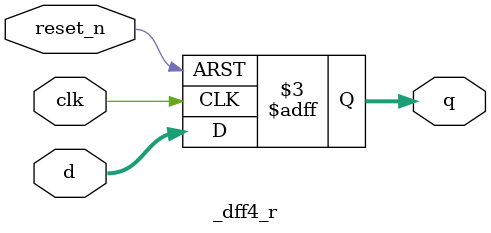
<source format=v>
module _dff4_r(clk, reset_n, d, q); // this module means 4 bits resettable d flipflop 
input clk, reset_n; // define input clk, reset_n
input [3:0] d; // define 4 bits input d
output reg [3:0] q; // define output q

always @ (posedge clk or negedge reset_n) // Make flip flop through always statement
begin 
	if(reset_n == 0) q <= 4'b0; // reset is active low so, reset_n == 0  q is reset
	else q <= d; // q = d
end
endmodule // end of module

</source>
